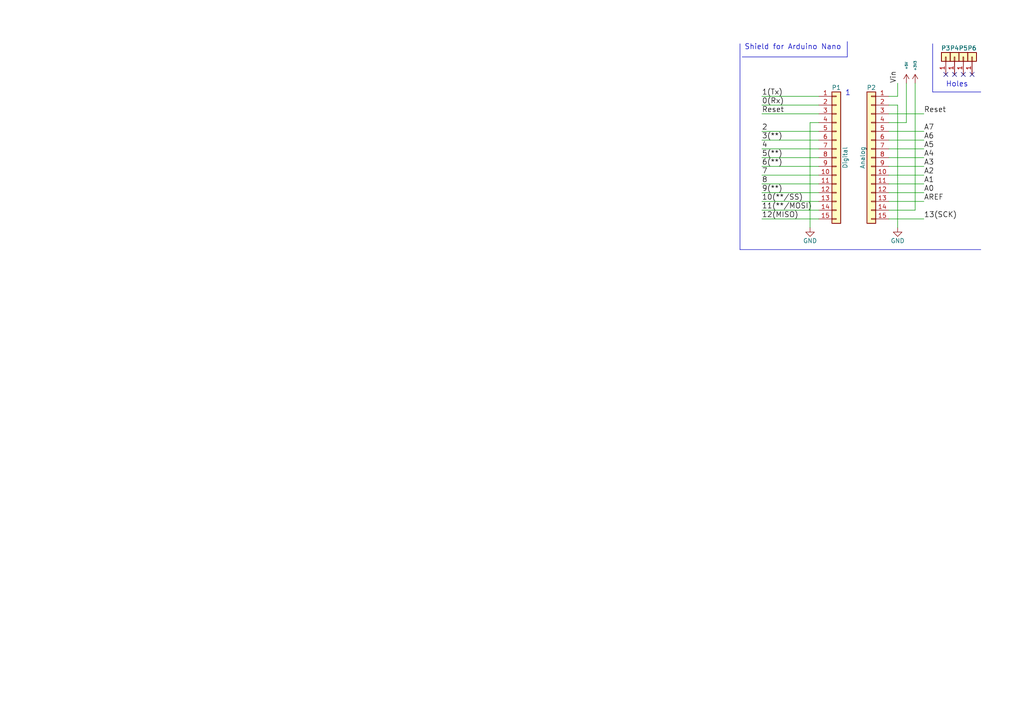
<source format=kicad_sch>
(kicad_sch (version 20230121) (generator eeschema)
  (paper "A4")
  (title_block (date "jeu. 02 avril 2015"))
  (lib_symbols
    (symbol "Connector_Generic:Conn_01x01" (pin_names (offset 1.016) hide)
      (property "Reference" "J" (at 0 2.54 0))
      (property "Value" "Conn_01x01" (at 0 -2.54 0))
      (symbol "Conn_01x01_1_1"
        (rectangle (start -1.27 0.127) (end 0 -0.127) (stroke (width 0.1524)))
        (rectangle (start -1.27 1.27) (end 1.27 -1.27) (stroke (width 0.254)) (fill (type background)))
        (pin passive line (at -5.08 0 0) (length 3.81) (name "Pin_1") (number "1"))
      )
    )
    (symbol "Connector_Generic:Conn_01x15" (pin_names (offset 1.016) hide)
      (property "Reference" "J" (at 0 20.32 0))
      (property "Value" "Conn_01x15" (at 0 -20.32 0))
      (symbol "Conn_01x15_1_1"
        (rectangle (start -1.27 -17.653) (end 0 -17.907) (stroke (width 0.1524)))
        (rectangle (start -1.27 -15.113) (end 0 -15.367) (stroke (width 0.1524)))
        (rectangle (start -1.27 -12.573) (end 0 -12.827) (stroke (width 0.1524)))
        (rectangle (start -1.27 -10.033) (end 0 -10.287) (stroke (width 0.1524)))
        (rectangle (start -1.27 -7.493) (end 0 -7.747) (stroke (width 0.1524)))
        (rectangle (start -1.27 -4.953) (end 0 -5.207) (stroke (width 0.1524)))
        (rectangle (start -1.27 -2.413) (end 0 -2.667) (stroke (width 0.1524)))
        (rectangle (start -1.27 0.127) (end 0 -0.127) (stroke (width 0.1524)))
        (rectangle (start -1.27 2.667) (end 0 2.413) (stroke (width 0.1524)))
        (rectangle (start -1.27 5.207) (end 0 4.953) (stroke (width 0.1524)))
        (rectangle (start -1.27 7.747) (end 0 7.493) (stroke (width 0.1524)))
        (rectangle (start -1.27 10.287) (end 0 10.033) (stroke (width 0.1524)))
        (rectangle (start -1.27 12.827) (end 0 12.573) (stroke (width 0.1524)))
        (rectangle (start -1.27 15.367) (end 0 15.113) (stroke (width 0.1524)))
        (rectangle (start -1.27 17.907) (end 0 17.653) (stroke (width 0.1524)))
        (rectangle (start -1.27 19.05) (end 1.27 -19.05) (stroke (width 0.254)) (fill (type background)))
        (pin passive line (at -5.08 17.78 0) (length 3.81) (name "Pin_1") (number "1"))
        (pin passive line (at -5.08 -5.08 0) (length 3.81) (name "Pin_10") (number "10"))
        (pin passive line (at -5.08 -7.62 0) (length 3.81) (name "Pin_11") (number "11"))
        (pin passive line (at -5.08 -10.16 0) (length 3.81) (name "Pin_12") (number "12"))
        (pin passive line (at -5.08 -12.7 0) (length 3.81) (name "Pin_13") (number "13"))
        (pin passive line (at -5.08 -15.24 0) (length 3.81) (name "Pin_14") (number "14"))
        (pin passive line (at -5.08 -17.78 0) (length 3.81) (name "Pin_15") (number "15"))
        (pin passive line (at -5.08 15.24 0) (length 3.81) (name "Pin_2") (number "2"))
        (pin passive line (at -5.08 12.7 0) (length 3.81) (name "Pin_3") (number "3"))
        (pin passive line (at -5.08 10.16 0) (length 3.81) (name "Pin_4") (number "4"))
        (pin passive line (at -5.08 7.62 0) (length 3.81) (name "Pin_5") (number "5"))
        (pin passive line (at -5.08 5.08 0) (length 3.81) (name "Pin_6") (number "6"))
        (pin passive line (at -5.08 2.54 0) (length 3.81) (name "Pin_7") (number "7"))
        (pin passive line (at -5.08 0 0) (length 3.81) (name "Pin_8") (number "8"))
        (pin passive line (at -5.08 -2.54 0) (length 3.81) (name "Pin_9") (number "9"))
      )
    )
    (symbol "power:+3V3" (power) (pin_names (offset 0))
      (property "Value" "+3V3" (at 0 3.556 0))
      (symbol "+3V3_0_1"
        (polyline (pts (xy -0.762 1.27) (xy 0 2.54)))
        (polyline (pts (xy 0 0) (xy 0 2.54)))
        (polyline (pts (xy 0 2.54) (xy 0.762 1.27)))
      )
      (symbol "+3V3_1_1"
        (pin power_in line (at 0 0 90) (length 0) hide (name "+3V3") (number "1"))
      )
    )
    (symbol "power:+5V" (power) (pin_names (offset 0))
      (property "Value" "+5V" (at 0 3.556 0))
      (symbol "+5V_0_1"
        (polyline (pts (xy -0.762 1.27) (xy 0 2.54)))
        (polyline (pts (xy 0 0) (xy 0 2.54)))
        (polyline (pts (xy 0 2.54) (xy 0.762 1.27)))
      )
      (symbol "+5V_1_1"
        (pin power_in line (at 0 0 90) (length 0) hide (name "+5V") (number "1"))
      )
    )
    (symbol "power:GND" (power) (pin_names (offset 0))
      (property "Value" "GND" (at 0 -3.81 0))
      (symbol "GND_0_1"
        (polyline (pts (xy 0 0) (xy 0 -1.27) (xy 1.27 -1.27) (xy 0 -2.54) (xy -1.27 -1.27) (xy 0 -1.27)))
      )
      (symbol "GND_1_1"
        (pin power_in line (at 0 0 270) (length 0) hide (name "GND") (number "1"))
      )
    )
  )
  (no_connect (at 274.32 21.59))
  (no_connect (at 281.94 21.59))
  (no_connect (at 279.4 21.59))
  (no_connect (at 276.86 21.59))
  (wire (pts (xy 237.49 33.02) (xy 220.98 33.02)))
  (wire (pts (xy 237.49 35.56) (xy 234.95 35.56)))
  (wire (pts (xy 257.81 63.5) (xy 267.97 63.5)))
  (wire (pts (xy 220.98 38.1) (xy 237.49 38.1)))
  (polyline (pts (xy 215.265 16.51) (xy 245.745 16.51)))
  (polyline (pts (xy 214.63 72.39) (xy 214.63 12.7)))
  (wire (pts (xy 265.43 60.96) (xy 257.81 60.96)))
  (wire (pts (xy 220.98 48.26) (xy 237.49 48.26)))
  (wire (pts (xy 220.98 63.5) (xy 237.49 63.5)))
  (wire (pts (xy 262.89 35.56) (xy 257.81 35.56)))
  (wire (pts (xy 260.35 27.94) (xy 260.35 24.13)))
  (wire (pts (xy 267.97 48.26) (xy 257.81 48.26)))
  (wire (pts (xy 265.43 24.13) (xy 265.43 60.96)))
  (wire (pts (xy 267.97 33.02) (xy 257.81 33.02)))
  (wire (pts (xy 257.81 45.72) (xy 267.97 45.72)))
  (polyline (pts (xy 270.51 26.67) (xy 270.51 12.7)))
  (polyline (pts (xy 245.745 16.51) (xy 245.745 12.065)))
  (wire (pts (xy 220.98 58.42) (xy 237.49 58.42)))
  (wire (pts (xy 267.97 58.42) (xy 257.81 58.42)))
  (polyline (pts (xy 284.48 72.39) (xy 214.63 72.39)))
  (wire (pts (xy 257.81 53.34) (xy 267.97 53.34)))
  (wire (pts (xy 257.81 38.1) (xy 267.97 38.1)))
  (wire (pts (xy 267.97 55.88) (xy 257.81 55.88)))
  (wire (pts (xy 237.49 45.72) (xy 220.98 45.72)))
  (wire (pts (xy 257.81 27.94) (xy 260.35 27.94)))
  (wire (pts (xy 237.49 60.96) (xy 220.98 60.96)))
  (wire (pts (xy 267.97 43.18) (xy 257.81 43.18)))
  (wire (pts (xy 237.49 50.8) (xy 220.98 50.8)))
  (wire (pts (xy 220.98 30.48) (xy 237.49 30.48)))
  (wire (pts (xy 237.49 27.94) (xy 220.98 27.94)))
  (wire (pts (xy 237.49 55.88) (xy 220.98 55.88)))
  (wire (pts (xy 220.98 43.18) (xy 237.49 43.18)))
  (wire (pts (xy 237.49 40.64) (xy 220.98 40.64)))
  (wire (pts (xy 262.89 24.13) (xy 262.89 35.56)))
  (polyline (pts (xy 284.48 26.67) (xy 270.51 26.67)))
  (wire (pts (xy 267.97 40.64) (xy 257.81 40.64)))
  (wire (pts (xy 267.97 50.8) (xy 257.81 50.8)))
  (wire (pts (xy 220.98 53.34) (xy 237.49 53.34)))
  (wire (pts (xy 234.95 35.56) (xy 234.95 66.04)))
  (wire (pts (xy 260.35 66.04) (xy 260.35 30.48)))
  (wire (pts (xy 260.35 30.48) (xy 257.81 30.48)))
  (text "1" (at 245.11 27.94 0) (effects (font (size 1.524 1.524)) (justify left bottom)))
  (text "Shield for Arduino Nano" (at 215.9 14.605 0) (effects (font (size 1.524 1.524)) (justify left bottom)))
  (text "Holes" (at 274.32 25.4 0) (effects (font (size 1.524 1.524)) (justify left bottom)))
  (label "A4" (at 267.97 45.72 0) (effects (font (size 1.524 1.524))))
  (label "Reset" (at 220.98 33.02 0) (effects (font (size 1.524 1.524))))
  (label "13(SCK)" (at 267.97 63.5 0) (effects (font (size 1.524 1.524))))
  (label "8" (at 220.98 53.34 0) (effects (font (size 1.524 1.524))))
  (label "A6" (at 267.97 40.64 0) (effects (font (size 1.524 1.524))))
  (label "A0" (at 267.97 55.88 0) (effects (font (size 1.524 1.524))))
  (label "9(**)" (at 220.98 55.88 0) (effects (font (size 1.524 1.524))))
  (label "A1" (at 267.97 53.34 0) (effects (font (size 1.524 1.524))))
  (label "3(**)" (at 220.98 40.64 0) (effects (font (size 1.524 1.524))))
  (label "5(**)" (at 220.98 45.72 0) (effects (font (size 1.524 1.524))))
  (label "A7" (at 267.97 38.1 0) (effects (font (size 1.524 1.524))))
  (label "10(**/SS)" (at 220.98 58.42 0) (effects (font (size 1.524 1.524))))
  (label "1(Tx)" (at 220.98 27.94 0) (effects (font (size 1.524 1.524))))
  (label "AREF" (at 267.97 58.42 0) (effects (font (size 1.524 1.524))))
  (label "Vin" (at 260.35 24.13 90) (effects (font (size 1.524 1.524))))
  (label "A3" (at 267.97 48.26 0) (effects (font (size 1.524 1.524))))
  (label "12(MISO)" (at 220.98 63.5 0) (effects (font (size 1.524 1.524))))
  (label "Reset" (at 267.97 33.02 0) (effects (font (size 1.524 1.524))))
  (label "6(**)" (at 220.98 48.26 0) (effects (font (size 1.524 1.524))))
  (label "11(**/MOSI)" (at 220.98 60.96 0) (effects (font (size 1.524 1.524))))
  (label "7" (at 220.98 50.8 0) (effects (font (size 1.524 1.524))))
  (label "4" (at 220.98 43.18 0) (effects (font (size 1.524 1.524))))
  (label "A5" (at 267.97 43.18 0) (effects (font (size 1.524 1.524))))
  (label "A2" (at 267.97 50.8 0) (effects (font (size 1.524 1.524))))
  (label "0(Rx)" (at 220.98 30.48 0) (effects (font (size 1.524 1.524))))
  (label "2" (at 220.98 38.1 0) (effects (font (size 1.524 1.524))))
  (symbol (lib_id "Connector_Generic:Conn_01x01") (at 274.32 16.51 90) (unit 1)
    (property "Reference" "P3" (at 274.32 13.97 90))
    (property "Value" "CONN_01X01" (effects hide))
    (property "Footprint" "Socket_Arduino_Nano:1pin_Nano" (effects hide))
  )
  (symbol (lib_id "Connector_Generic:Conn_01x01") (at 276.86 16.51 90) (unit 1)
    (property "Reference" "P4" (at 276.86 13.97 90))
    (property "Value" "CONN_01X01" (effects hide))
    (property "Footprint" "Socket_Arduino_Nano:1pin_Nano" (effects hide))
  )
  (symbol (lib_id "Connector_Generic:Conn_01x01") (at 279.4 16.51 90) (unit 1)
    (property "Reference" "P5" (at 279.4 13.97 90))
    (property "Value" "CONN_01X01" (effects hide))
    (property "Footprint" "Socket_Arduino_Nano:1pin_Nano" (effects hide))
  )
  (symbol (lib_id "Connector_Generic:Conn_01x01") (at 281.94 16.51 90) (unit 1)
    (property "Reference" "P6" (at 281.94 13.97 90))
    (property "Value" "CONN_01X01" (effects hide))
    (property "Footprint" "Socket_Arduino_Nano:1pin_Nano" (effects hide))
  )
  (symbol (lib_id "Connector_Generic:Conn_01x15") (at 242.57 45.72 0) (unit 1)
    (property "Reference" "P1" (at 242.57 25.4 0))
    (property "Value" "Digital" (at 245.11 45.72 90))
    (property "Footprint" "Socket_Arduino_Nano:Socket_Strip_Arduino_1x15" (effects hide))
  )
  (symbol (lib_id "Connector_Generic:Conn_01x15") (at 252.73 45.72 0) (mirror y) (unit 1)
    (property "Reference" "P2" (at 252.73 25.4 0))
    (property "Value" "Analog" (at 250.19 45.72 90))
    (property "Footprint" "Socket_Arduino_Nano:Socket_Strip_Arduino_1x15" (effects hide))
  )
  (symbol (lib_id "power:GND") (at 234.95 66.04 0) (unit 1)
    (property "Reference" "#PWR01" (effects hide))
    (property "Value" "GND" (at 234.95 69.85 0))
  )
  (symbol (lib_id "power:GND") (at 260.35 66.04 0) (unit 1)
    (property "Reference" "#PWR02" (effects hide))
    (property "Value" "GND" (at 260.35 69.85 0))
  )
  (symbol (lib_id "power:+5V") (at 262.89 24.13 0) (unit 1)
    (property "Reference" "#PWR03" (effects hide))
    (property "Value" "+5V" (at 262.89 19.05 90) (effects (font (size 0.7112 0.7112))))
  )
  (symbol (lib_id "power:+3V3") (at 265.43 24.13 0) (unit 1)
    (property "Reference" "#PWR04" (effects hide))
    (property "Value" "+3.3V" (at 265.43 19.05 90) (effects (font (size 0.7112 0.7112))))
  )
)
</source>
